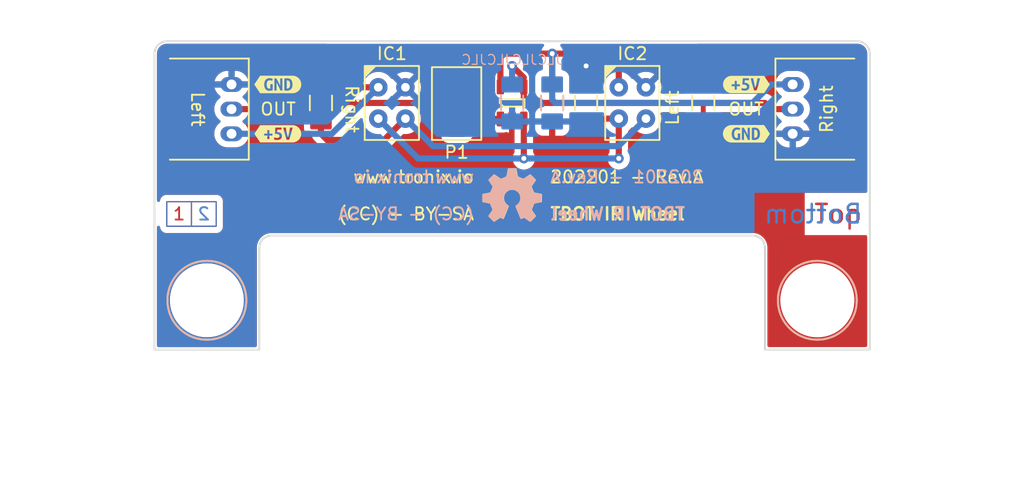
<source format=kicad_pcb>
(kicad_pcb (version 20221018) (generator pcbnew)
  (title_block (title "TBOT - IR Wheel") (date "01/2022") (rev "A"))
  (layers (0 "F.Cu" signal) (31 "B.Cu" signal) (34 "B.Paste" user) (35 "F.Paste" user) (36 "B.SilkS" user "B.Silkscreen") (37 "F.SilkS" user "F.Silkscreen") (38 "B.Mask" user) (39 "F.Mask" user) (44 "Edge.Cuts" user))
  (net 0 "")
  (net 1 "GND")
  (net 2 "+5V")
  (net 3 "Net-(C3-Pad1)")
  (net 4 "Net-(IC1-ANODE)")
  (net 5 "Net-(IC1-EMITTER)")
  (net 6 "Net-(U1A-+)")
  (footprint "tronixio:TC33X" (layer "F.Cu") (at 144.5 80 180)
    (fp_text reference "P1" (at 0 -4 180) (layer "F.SilkS"))
    (fp_text value "200k")
    (fp_rect (start -2 2.9) (end 2 -3) (stroke (width 0.15)) (fill none) (layer "F.SilkS"))
    (pad "1" smd roundrect (at -1 2 180) (size 1.2 1.2) (layers "F.Cu" "F.Paste" "F.Mask") (roundrect_rratio 0.1) (net 2 "+5V"))
    (pad "2" smd roundrect (at 0 -2 180) (size 1.5 1.5) (layers "F.Cu" "F.Paste" "F.Mask") (roundrect_rratio 0.1) (net 6 "Net-(U1A-+)"))
    (pad "3" smd roundrect (at 1 2 180) (size 1.2 1.2) (layers "F.Cu" "F.Paste" "F.Mask") (roundrect_rratio 0.1) (net 1 "GND"))
  )
  (footprint "tronixio:SOT-23-5" (layer "F.Cu") (at 149 80 90)
    (fp_text reference "U1")
    (fp_text value "MCP6541")
    (fp_line (start -0.3 -0.7) (end -0.3 1) (stroke (width 0.15)) (layer "F.SilkS"))
    (fp_line (start -0.3 1) (end 0.3 1) (stroke (width 0.15)) (layer "F.SilkS"))
    (fp_line (start 0 -1) (end -0.3 -0.7) (stroke (width 0.15)) (layer "F.SilkS"))
    (fp_line (start 0.3 -1) (end 0 -1) (stroke (width 0.15)) (layer "F.SilkS"))
    (fp_line (start 0.3 1) (end 0.3 -1) (stroke (width 0.15)) (layer "F.SilkS"))
    (pad "1" smd roundrect (at -1.3 -0.95 90) (size 1.2 0.6) (layers "F.Cu" "F.Paste" "F.Mask") (roundrect_rratio 0.15) (net 6 "Net-(U1A-+)"))
    (pad "2" smd roundrect (at -1.3 0 90) (size 1.2 0.6) (layers "F.Cu" "F.Paste" "F.Mask") (roundrect_rratio 0.15) (net 1 "GND"))
    (pad "3" smd roundrect (at -1.3 0.95 90) (size 1.2 0.6) (layers "F.Cu" "F.Paste" "F.Mask") (roundrect_rratio 0.15) (net 5 "Net-(IC1-EMITTER)"))
    (pad "4" smd roundrect (at 1.3 0.95 90) (size 1.2 0.6) (layers "F.Cu" "F.Paste" "F.Mask") (roundrect_rratio 0.15) (net 3 "Net-(C3-Pad1)"))
    (pad "5" smd roundrect (at 1.3 -0.95 90) (size 1.2 0.6) (layers "F.Cu" "F.Paste" "F.Mask") (roundrect_rratio 0.15) (net 2 "+5V"))
  )
  (footprint "tronixio:OSHW-5MM" (layer "F.Cu") (at 149 87.5)
    (fp_text reference "GT" hide)
    (fp_text value "LOGO" hide)
    (fp_poly (pts (xy 0.112503 -2.205305) (xy 0.188585 -2.204991) (xy 0.245175 -2.204139) (xy 0.285349 -2.202485) (xy 0.312183 -2.19976) (xy 0.328754 -2.195697) (xy 0.338137 -2.190029) (xy 0.343407 -2.182489) (xy 0.346067 -2.176502) (xy 0.351819 -2.155872) (xy 0.361219 -2.114019) (xy 0.373445 -2.054971) (xy 0.387673 -1.982754) (xy 0.403082 -1.901397) (xy 0.410766 -1.859685) (xy 0.426304 -1.776128) (xy 0.440921 -1.700487) (xy 0.453831 -1.636607) (xy 0.464245 -1.58833) (xy 0.471376 -1.559501) (xy 0.473495 -1.553524) (xy 0.487624 -1.543829) (xy 0.520987 -1.52669) (xy 0.568967 -1.504087) (xy 0.626948 -1.477998) (xy 0.690314 -1.450405) (xy 0.754449 -1.423285) (xy 0.814737 -1.398618) (xy 0.866561 -1.378383) (xy 0.905305 -1.36456) (xy 0.926354 -1.359128) (xy 0.92691 -1.359112) (xy 0.941518 -1.366107) (xy 0.97411 -1.385773) (xy 1.021624 -1.416127) (xy 1.080997 -1.455189) (xy 1.149167 -1.500978) (xy 1.204337 -1.538617) (xy 1.276991 -1.58813) (xy 1.343025 -1.632413) (xy 1.399403 -1.669487) (xy 1.443088 -1.697374) (xy 1.471043 -1.714097) (xy 1.47988 -1.718122) (xy 1.493641 -1.709282) (xy 1.521915 -1.684807) (xy 1.561669 -1.647768) (xy 1.609873 -1.601234) (xy 1.663495 -1.548276) (xy 1.719505 -1.491962) (xy 1.774871 -1.435363) (xy 1.826562 -1.381549) (xy 1.871548 -1.33359) (xy 1.906797 -1.294555) (xy 1.929278 -1.267514) (xy 1.936093 -1.256075) (xy 1.930212 -1.239792) (xy 1.912193 -1.207543) (xy 1.881475 -1.158462) (xy 1.837495 -1.091686) (xy 1.779689 -1.00635) (xy 1.707495 -0.901591) (xy 1.671879 -0.850344) (xy 1.638824 -0.80126) (xy 1.612148 -0.758563) (xy 1.594893 -0.727324) (xy 1.589904 -0.713655) (xy 1.594754 -0.697334) (xy 1.608013 -0.662128) (xy 1.62775 -0.612617) (xy 1.652031 -0.55338) (xy 1.678922 -0.488996) (xy 1.706491 -0.424047) (xy 1.732803 -0.363111) (xy 1.755927 -0.310768) (xy 1.773928 -0.271598) (xy 1.784874 -0.25018) (xy 1.786526 -0.247868) (xy 1.800495 -0.243726) (xy 1.836105 -0.235699) (xy 1.889773 -0.224522) (xy 1.957915 -0.210929) (xy 2.036948 -0.195656) (xy 2.090365 -0.185568) (xy 2.175183 -0.169544) (xy 2.252099 -0.15474) (xy 2.317349 -0.141901) (xy 2.367173 -0.131773) (xy 2.397809 -0.125104) (xy 2.405431 -0.123066) (xy 2.411063 -0.116814) (xy 2.415426 -0.101095) (xy 2.418668 -0.073197) (xy 2.420933 -0.030409) (xy 2.422366 0.02998) (xy 2.423114 0.110684) (xy 2.423321 0.210293) (xy 2.423202 0.310587) (xy 2.422711 0.388201) (xy 2.421649 0.446096) (xy 2.419816 0.487237) (xy 2.417013 0.514584) (xy 2.41304 0.531101) (xy 2.407697 0.53975) (xy 2.400883 0.543466) (xy 2.378661 0.548625) (xy 2.338314 0.556746) (xy 2.286985 0.566415) (xy 2.263049 0.570744) (xy 2.127407 0.595376) (xy 2.016332 0.616479) (xy 1.929018 0.634225) (xy 1.864656 0.64879) (xy 1.82244 0.660347) (xy 1.801562 0.66907) (xy 1.79987 0.670496) (xy 1.791465 0.686078) (xy 1.775685 0.720992) (xy 1.754362 0.770707) (xy 1.729327 0.830694) (xy 1.702414 0.896422) (xy 1.675454 0.96336) (xy 1.650281 1.026979) (xy 1.628726 1.082748) (xy 1.612622 1.126137) (xy 1.603801 1.152615) (xy 1.602692 1.157988) (xy 1.610028 1.172767) (xy 1.63143 1.207108) (xy 1.666036 1.259722) (xy 1.712983 1.329322) (xy 1.771408 1.414621) (xy 1.840447 1.51433) (xy 1.867654 1.553391) (xy 1.897811 1.599113) (xy 1.921185 1.639288) (xy 1.934376 1.667841) (xy 1.936093 1.675677) (xy 1.927103 1.692014) (xy 1.901418 1.723855) (xy 1.860965 1.769075) (xy 1.807672 1.82555) (xy 1.743466 1.891154) (xy 1.71296 1.921664) (xy 1.643302 1.990709) (xy 1.589314 2.043494) (xy 1.548612 2.081971) (xy 1.518813 2.108091) (xy 1.497532 2.123805) (xy 1.482386 2.131066) (xy 1.470991 2.131825) (xy 1.460964 2.128033) (xy 1.460917 2.128008) (xy 1.441892 2.116253) (xy 1.405419 2.09234) (xy 1.355138 2.058707) (xy 1.294686 2.017792) (xy 1.227702 1.972033) (xy 1.210483 1.960205) (xy 1.143557 1.914694) (xy 1.083189 1.874607) (xy 1.032748 1.842104) (xy 0.995605 1.819344) (xy 0.975129 1.808488) (xy 0.972784 1.807875) (xy 0.955044 1.813477) (xy 0.920428 1.82855) (xy 0.874685 1.850498) (xy 0.843591 1.866246) (xy 0.794692 1.890329) (xy 0.754091 1.908142) (xy 0.727189 1.917434) (xy 0.719661 1.917874) (xy 0.71184 1.904564) (xy 0.695873 1.87093) (xy 0.673276 1.820398) (xy 0.645566 1.756397) (xy 0.614262 1.682354) (xy 0.595951 1.638326) (xy 0.555205 1.539832) (xy 0.509885 1.430374) (xy 0.463588 1.318629) (xy 0.419909 1.213275) (xy 0.382617 1.123407) (xy 0.352192 1.049365) (xy 0.325466 0.982847) (xy 0.303922 0.927668) (xy 0.289044 0.887646) (xy 0.282318 0.866596) (xy 0.28208 0.86489) (xy 0.291868 0.850064) (xy 0.317767 0.825757) (xy 0.354572 0.796754) (xy 0.362216 0.791216) (xy 0.47362 0.699405) (xy 0.560778 0.600114) (xy 0.624272 0.492284) (xy 0.664684 0.374854) (xy 0.682594 0.246763) (xy 0.683668 0.205149) (xy 0.672966 0.079705) (xy 0.639876 -0.035509) (xy 0.583362 -0.143051) (xy 0.502387 -0.245478) (xy 0.500128 -0.247901) (xy 0.404266 -0.332655) (xy 0.297367 -0.395917) (xy 0.182586 -0.437559) (xy 0.063074 -0.45745) (xy -0.058015 -0.455461) (xy -0.177529 -0.431461) (xy -0.292317 -0.38532) (xy -0.399224 -0.316909) (xy -0.435557 -0.286461) (xy -0.524789 -0.19034) (xy -0.590858 -0.083248) (xy -0.63358 0.034398) (xy -0.65277 0.162186) (xy -0.653912 0.203806) (xy -0.64477 0.331905) (xy -0.616397 0.446756) (xy -0.567372 0.551025) (xy -0.496276 0.647379) (xy -0.401689 0.738486) (xy -0.345898 0.782346) (xy -0.305473 0.814275) (xy -0.274554 0.84243) (xy -0.257973 0.862253) (xy -0.256436 0.866724) (xy -0.261189 0.882472) (xy -0.274692 0.919019) (xy -0.295811 0.973504) (xy -0.323413 1.043065) (xy -0.356365 1.124837) (xy -0.393532 1.21596) (xy -0.424781 1.291835) (xy -0.466473 1.392714) (xy -0.506757 1.490316) (xy -0.54414 1.581016) (xy -0.57713 1.661187) (xy -0.604234 1.727202) (xy -0.623959 1.775436) (xy -0.631922 1.795053) (xy -0.656173 1.85428) (xy -0.675445 1.89208) (xy -0.695005 1.910535) (xy -0.720119 1.911726) (xy -0.756055 1.897735) (xy -0.80808 1.870643) (xy -0.814523 1.867212) (xy -0.863833 1.841835) (xy -0.905672 1.821875) (xy -0.934272 1.810004) (xy -0.942679 1.807875) (xy -0.957624 1.814831) (xy -0.990452 1.834339) (xy -1.037961 1.864353) (xy -1.096948 1.902829) (xy -1.164211 1.947723) (xy -1.20379 1.974558) (xy -1.273782 2.022017) (xy -1.336742 2.064219) (xy -1.389581 2.099132) (xy -1.429212 2.124728) (xy -1.452547 2.138976) (xy -1.457362 2.141242) (xy -1.468597 2.132572) (xy -1.495354 2.108206) (xy -1.53505 2.070611) (xy -1.585104 2.022252) (xy -1.642932 1.965596) (xy -1.688443 1.920545) (xy -1.754363 1.854061) (xy -1.811428 1.794627) (xy -1.857492 1.744605) (xy -1.890411 1.706358) (xy -1.908038 1.682247) (xy -1.910449 1.676115) (xy -1.903342 1.656709) (xy -1.88402 1.621725) (xy -1.855484 1.576225) (xy -1.822794 1.528185) (xy -1.761853 1.44109) (xy -1.706889 1.361082) (xy -1.659529 1.29063) (xy -1.621397 1.232204) (xy -1.594118 1.188276) (xy -1.579316 1.161316) (xy -1.577082 1.154608) (xy -1.581837 1.136716) (xy -1.594857 1.099854) (xy -1.614275 1.048609) (xy -1.638222 0.987568) (xy -1.664831 0.921316) (xy -1.692235 0.854442) (xy -1.718566 0.791531) (xy -1.741957 0.737171) (xy -1.76054 0.695948) (xy -1.772447 0.672449) (xy -1.774702 0.66925) (xy -1.791569 0.66222) (xy -1.829891 0.651729) (xy -1.885847 0.638647) (xy -1.955617 0.623842) (xy -2.035381 0.608183) (xy -2.07828 0.60022) (xy -2.161621 0.584627) (xy -2.236906 0.569745) (xy -2.300315 0.556391) (xy -2.348033 0.545387) (xy -2.37624 0.537551) (xy -2.381867 0.535051) (xy -2.387099 0.524908) (xy -2.390991 0.502231) (xy -2.393638 0.46456) (xy -2.395134 0.409435) (xy -2.395573 0.334397) (xy -2.39505 0.236985) (xy -2.394689 0.200194) (xy -2.391267 -0.121807) (xy -2.282282 -0.143659) (xy -2.229898 -0.153965) (xy -2.160108 -0.167419) (xy -2.080727 -0.182526) (xy -1.999569 -0.197795) (xy -1.970053 -0.203298) (xy -1.900658 -0.216734) (xy -1.840162 -0.229455) (xy -1.793065 -0.240437) (xy -1.763866 -0.248652) (xy -1.756665 -0.251967) (xy -1.746988 -0.268752) (xy -1.729936 -0.304533) (xy -1.707477 -0.354612) (xy -1.681582 -0.414291) (xy -1.654218 -0.478872) (xy -1.627353 -0.543658) (xy -1.602957 -0.60395) (xy -1.582998 -0.65505) (xy -1.569445 -0.692261) (xy -1.564266 -0.710885) (xy -1.564261 -0.711124) (xy -1.571273 -0.727773) (xy -1.590937 -0.762151) (xy -1.621195 -0.810982) (xy -1.659988 -0.870991) (xy -1.705259 -0.938901) (xy -1.732615 -0.979077) (xy -1.780965 -1.050145) (xy -1.82446 -1.115201) (xy -1.860949 -1.170937) (xy -1.888284 -1.214046) (xy -1.904314 -1.24122) (xy -1.907531 -1.248169) (xy -1.904717 -1.261112) (xy -1.890381 -1.283286) (xy -1.863069 -1.316351) (xy -1.821325 -1.361969) (xy -1.763692 -1.421801) (xy -1.691232 -1.494988) (xy -1.628982 -1.55669) (xy -1.572135 -1.611849) (xy -1.523344 -1.657988) (xy -1.485263 -1.692627) (xy -1.460542 -1.713289) (xy -1.452414 -1.718122) (xy -1.437782 -1.711105) (xy -1.405251 -1.6914) (xy -1.357928 -1.661025) (xy -1.298923 -1.621998) (xy -1.231343 -1.576338) (xy -1.183018 -1.543181) (xy -1.111112 -1.493886) (xy -1.04544 -1.44951) (xy -0.989183 -1.41215) (xy -0.945519 -1.383901) (xy -0.917627 -1.36686) (xy -0.90944 -1.362781) (xy -0.891885 -1.365776) (xy -0.855505 -1.377082) (xy -0.805012 -1.394838) (xy -0.745121 -1.417183) (xy -0.680546 -1.442257) (xy -0.616001 -1.468199) (xy -0.5562 -1.493147) (xy -0.505857 -1.515243) (xy -0.469686 -1.532623) (xy -0.45278 -1.543038) (xy -0.446293 -1.559308) (xy -0.436108 -1.597206) (xy -0.423041 -1.653118) (xy -0.407909 -1.723429) (xy -0.391528 -1.804525) (xy -0.378917 -1.870225) (xy -0.362481 -1.956759) (xy -0.347254 -2.035011) (xy -0.333961 -2.101421) (xy -0.323321 -2.152432) (xy -0.316058 -2.184486) (xy -0.31324 -2.193976) (xy -0.299005 -2.197095) (xy -0.262664 -2.199887) (xy -0.207755 -2.20223) (xy -0.137813 -2.204) (xy -0.056376 -2.205075) (xy 0.013853 -2.205351)) (fill solid) (layer "F.SilkS"))
  )
  (footprint "kibuzzard-629B8965" (layer "F.Cu") (at 168 78.5)
    (fp_text reference "kibuzzard-629B8965" hide)
    (fp_text value "G***" hide)
    (fp_poly (pts (xy -1.197967 -0.700088) (xy -1.198099 -0.700088) (xy -1.198099 -0.700087) (xy -1.26672 -0.696716) (xy -1.33468 -0.686636) (xy -1.401324 -0.669942) (xy -1.466011 -0.646797) (xy -1.528118 -0.617422) (xy -1.587047 -0.582101) (xy -1.64223 -0.541175) (xy -1.693136 -0.495037) (xy -1.739274 -0.444131) (xy -1.780201 -0.388948) (xy -1.815522 -0.330019) (xy -1.844896 -0.267912) (xy -1.868041 -0.203225) (xy -1.884735 -0.13658) (xy -1.894816 -0.068621) (xy -1.898187 0) (xy -1.894816 0.068621) (xy -1.884735 0.13658) (xy -1.868041 0.203225) (xy -1.844896 0.267912) (xy -1.815522 0.330019) (xy -1.780201 0.388948) (xy -1.739274 0.444131) (xy -1.693136 0.495037) (xy -1.64223 0.541175) (xy -1.587047 0.582101) (xy -1.528118 0.617422) (xy -1.466011 0.646797) (xy -1.401324 0.669942) (xy -1.33468 0.686636) (xy -1.26672 0.696716) (xy -1.198099 0.700087) (xy -1.197967 0.700087) (xy -0.780455 0.700087) (xy -0.780455 0.420688) (xy -0.94873 0.420688) (xy -0.94873 0.144462) (xy -1.197967 0.144462) (xy -1.197967 -0.015875) (xy -0.94873 -0.015875) (xy -0.94873 -0.2921) (xy -0.780455 -0.2921) (xy -0.780455 -0.015875) (xy -0.531217 -0.015875) (xy -0.531217 0.144462) (xy -0.780455 0.144462) (xy -0.780455 0.420688) (xy -0.780455 0.700087) (xy -0.147042 0.700087) (xy -0.147042 0.50165) (xy -0.22483 0.496887) (xy -0.30103 0.484981) (xy -0.366911 0.468312) (xy -0.412155 0.45085) (xy -0.372467 0.288925) (xy -0.283567 0.320675) (xy -0.222845 0.331391) (xy -0.14863 0.334963) (xy -0.054173 0.322263) (xy 0.004564 0.289719) (xy 0.033933 0.244475) (xy 0.04187 0.192087) (xy 0.028377 0.116681) (xy -0.025598 0.057944) (xy -0.140692 0.019844) (xy -0.226814 0.009723) (xy -0.335955 0.00635) (xy -0.321667 -0.125611) (xy -0.310555 -0.254794) (xy -0.30222 -0.380405) (xy -0.296267 -0.50165) (xy 0.205383 -0.50165) (xy 0.205383 -0.339725) (xy -0.132755 -0.339725) (xy -0.140692 -0.233363) (xy -0.14863 -0.142875) (xy -0.028509 -0.126647) (xy 0.069387 -0.094897) (xy 0.145058 -0.047625) (xy 0.198856 0.014817) (xy 0.231136 0.092075) (xy 0.241895 0.18415) (xy 0.218083 0.310356) (xy 0.145058 0.411162) (xy 0.089892 0.449262) (xy 0.02282 0.477838) (xy -0.056158 0.495697) (xy -0.147042 0.50165) (xy -0.147042 0.700087) (xy 0.621308 0.700087) (xy 0.621308 0.481012) (xy 0.582017 0.364331) (xy 0.540345 0.233362) (xy 0.512299 0.141376) (xy 0.485312 0.049565) (xy 0.459383 -0.042069) (xy 0.434865 -0.131939) (xy 0.412111 -0.218458) (xy 0.39112 -0.301625) (xy 0.364927 -0.41275) (xy 0.34667 -0.50165) (xy 0.553045 -0.50165) (xy 0.564952 -0.419298) (xy 0.58162 -0.324644) (xy 0.601662 -0.22225) (xy 0.623689 -0.116681) (xy 0.647502 -0.010319) (xy 0.672902 0.094456) (xy 0.698897 0.19308) (xy 0.724495 0.280987) (xy 0.749895 0.19427) (xy 0.775295 0.096044) (xy 0.799902 -0.008731) (xy 0.82292 -0.115094) (xy 0.844352 -0.220861) (xy 0.864195 -0.32385) (xy 0.881658 -0.4191) (xy 0.895945 -0.50165) (xy 1.100733 -0.50165) (xy 1.0795 -0.400844) (xy 1.053902 -0.288925) (xy 1.024136 -0.168473) (xy 0.990402 -0.042069) (xy 0.965795 0.044715) (xy 0.939602 0.132556) (xy 0.91182 0.221456) (xy 0.882893 0.309915) (xy 0.853259 0.396434) (xy 0.82292 0.481012) (xy 0.621308 0.481012) (xy 0.621308 0.700087) (xy 1.100733 0.700087) (xy 1.431462 0.700087) (xy 1.898187 0) (xy 1.431462 -0.700088) (xy 1.100733 -0.700088) (xy -1.197967 -0.700088)) (fill solid) (layer "F.SilkS"))
  )
  (footprint "tronixio:MOLEX-532540370" (layer "F.Cu") (at 171.75 78.5 -90)
    (fp_text reference "K2")
    (fp_text value "Left")
    (fp_line (start -2.1 -5) (end -2.1 1.4) (stroke (width 0.15)) (layer "F.SilkS"))
    (fp_line (start -2.1 1.4) (end 6.1 1.4) (stroke (width 0.15)) (layer "F.SilkS"))
    (fp_line (start 6.1 1.4) (end 6.1 -5) (stroke (width 0.15)) (layer "F.SilkS"))
    (pad "1" thru_hole oval locked (at 0 0 270) (size 1.2 1.8) (drill 0.8) (layers "*.Cu" "*.Mask") (net 2 "+5V"))
    (pad "2" thru_hole oval locked (at 2 0 270) (size 1.2 1.8) (drill 0.8) (layers "*.Cu" "*.Mask") (net 3 "Net-(C3-Pad1)"))
    (pad "3" thru_hole oval locked (at 4 0 270) (size 1.2 1.8) (drill 0.8) (layers "*.Cu" "*.Mask") (net 1 "GND"))
  )
  (footprint "tronixio:OPB-606" (layer "F.Cu") (at 158.75 80)
    (fp_text reference "IC2" (at 0 -4) (layer "F.SilkS"))
    (fp_text value "OPB606")
    (fp_rect (start -2.2 3) (end 2.2 -3) (stroke (width 0.15)) (fill none) (layer "F.SilkS"))
    (fp_poly (pts (xy -2.2 -2.1) (xy -2.2 -3) (xy -1.3 -3)) (stroke (width 0.1)) (fill solid) (layer "F.SilkS"))
    (pad "1" thru_hole circle locked (at 1.1 1.27) (size 1.5 1.5) (drill 0.7) (layers "*.Cu" "*.Mask") (net 4 "Net-(IC1-ANODE)"))
    (pad "2" thru_hole circle locked (at 1.1 -1.27) (size 1.5 1.5) (drill 0.7) (layers "*.Cu" "*.Mask") (net 1 "GND"))
    (pad "3" thru_hole circle locked (at -1.1 -1.27) (size 1.5 1.5) (drill 0.7) (layers "*.Cu" "*.Mask") (net 2 "+5V"))
    (pad "4" thru_hole circle locked (at -1.1 1.27) (size 1.5 1.5) (drill 0.7) (layers "*.Cu" "*.Mask") (net 5 "Net-(IC1-EMITTER)"))
  )
  (footprint "kibuzzard-629B896F" (layer "F.Cu") (at 168 82.5)
    (fp_text reference "kibuzzard-629B896F" hide)
    (fp_text value "G***" hide)
    (fp_poly (pts (xy 0.631097 0.333375) (xy 0.64856 0.334963) (xy 0.666022 0.334963) (xy 0.777941 0.309562) (xy 0.850966 0.239713) (xy 0.890654 0.134144) (xy 0.899583 0.070048) (xy 0.90256 0) (xy 0.893035 -0.123825) (xy 0.859697 -0.230187) (xy 0.79461 -0.304006) (xy 0.688247 -0.331787) (xy 0.659672 -0.330994) (xy 0.631097 -0.327025) (xy 0.631097 0.333375)) (fill solid) (layer "F.SilkS"))
    (fp_poly (pts (xy -1.194528 -0.7112) (xy -1.19466 -0.7112) (xy -1.26437 -0.707775) (xy -1.333408 -0.697534) (xy -1.40111 -0.680576) (xy -1.466824 -0.657063) (xy -1.529917 -0.627222) (xy -1.589781 -0.591341) (xy -1.64584 -0.549765) (xy -1.697554 -0.502894) (xy -1.744425 -0.451181) (xy -1.786001 -0.395122) (xy -1.821882 -0.335257) (xy -1.851723 -0.272164) (xy -1.875236 -0.20645) (xy -1.892194 -0.138748) (xy -1.902435 -0.06971) (xy -1.90586 0) (xy -1.902435 0.06971) (xy -1.892194 0.138748) (xy -1.875236 0.20645) (xy -1.851723 0.272164) (xy -1.821882 0.335257) (xy -1.786001 0.395122) (xy -1.744425 0.451181) (xy -1.697554 0.502894) (xy -1.64584 0.549765) (xy -1.589781 0.591341) (xy -1.529917 0.627222) (xy -1.466824 0.657063) (xy -1.40111 0.680576) (xy -1.333408 0.697534) (xy -1.26437 0.707775) (xy -1.19466 0.7112) (xy -1.194528 0.7112) (xy -0.79289 0.7112) (xy -0.79289 0.512763) (xy -0.880401 0.504627) (xy -0.958784 0.480219) (xy -1.027245 0.439738) (xy -1.08499 0.383381) (xy -1.131424 0.31115) (xy -1.165953 0.223044) (xy -1.187384 0.119261) (xy -1.194528 0) (xy -1.186193 -0.11807) (xy -1.16119 -0.221456) (xy -1.121899 -0.309761) (xy -1.070703 -0.382587) (xy -1.008393 -0.439539) (xy -0.935765 -0.480219) (xy -0.855199 -0.504627) (xy -0.769078 -0.512762) (xy -0.666684 -0.504031) (xy -0.588103 -0.484187) (xy -0.533334 -0.460375) (xy -0.50079 -0.441325) (xy -0.55159 -0.28575) (xy -0.637315 -0.325437) (xy -0.74209 -0.3429) (xy -0.859565 -0.3175) (xy -0.938146 -0.246856) (xy -0.982596 -0.138906) (xy -0.992717 -0.072827) (xy -0.99609 0) (xy -0.989916 0.107156) (xy -0.971396 0.193675) (xy -0.940528 0.259556) (xy -0.871868 0.322064) (xy -0.777015 0.3429) (xy -0.738915 0.341313) (xy -0.700815 0.33655) (xy -0.700815 -0.022225) (xy -0.505553 -0.022225) (xy -0.505553 0.468313) (xy -0.614296 0.496888) (xy -0.695854 0.508794) (xy -0.79289 0.512763) (xy -0.79289 0.7112) (xy 0.119922 0.7112) (xy 0.119922 0.492125) (xy 0.074149 0.383205) (xy 0.025731 0.274461) (xy -0.025334 0.165894) (xy -0.079044 0.057326) (xy -0.135401 -0.051417) (xy -0.194403 -0.160337) (xy -0.194403 0.492125) (xy -0.370615 0.492125) (xy -0.370615 -0.490537) (xy -0.213453 -0.490537) (xy -0.169003 -0.417711) (xy -0.124553 -0.338931) (xy -0.080698 -0.257373) (xy -0.038034 -0.176213) (xy 0.002447 -0.096441) (xy 0.039754 -0.01905) (xy 0.072893 0.052388) (xy 0.100872 0.1143) (xy 0.100872 -0.490537) (xy 0.277085 -0.490537) (xy 0.277085 0.492125) (xy 0.119922 0.492125) (xy 0.119922 0.7112) (xy 0.645385 0.7112) (xy 0.645385 0.504825) (xy 0.542991 0.499269) (xy 0.435835 0.481013) (xy 0.435835 -0.477837) (xy 0.561247 -0.496887) (xy 0.670785 -0.50165) (xy 0.763455 -0.494506) (xy 0.847791 -0.473075) (xy 0.921808 -0.436364) (xy 0.983522 -0.383381) (xy 1.032933 -0.313928) (xy 1.070041 -0.227806) (xy 1.093258 -0.123627) (xy 1.100997 0) (xy 1.092465 0.126405) (xy 1.066866 0.232569) (xy 1.026186 0.319683) (xy 0.97241 0.388938) (xy 0.90633 0.441127) (xy 0.828741 0.477044) (xy 0.74123 0.49788) (xy 0.645385 0.504825) (xy 0.645385 0.7112) (xy 1.100997 0.7112) (xy 1.431727 0.7112) (xy 1.90586 0) (xy 1.431727 -0.7112) (xy 1.100997 -0.7112) (xy -1.194528 -0.7112)) (fill solid) (layer "F.SilkS"))
  )
  (footprint "tronixio:RESISTOR-SMD-1206" (layer "F.Cu") (at 155 80 -90)
    (fp_text reference "R2" hide)
    (fp_text value "100k")
    (fp_line (start -0.6 -0.9) (end 0.6 -0.9) (stroke (width 0.15)) (layer "F.SilkS"))
    (fp_line (start -0.6 0.9) (end 0.6 0.9) (stroke (width 0.15)) (layer "F.SilkS"))
    (pad "1" smd roundrect (at -1.5 0 270) (size 1.3 1.75) (layers "F.Cu" "F.Paste" "F.Mask") (roundrect_rratio 0.1) (net 1 "GND"))
    (pad "2" smd roundrect (at 1.5 0 270) (size 1.3 1.75) (layers "F.Cu" "F.Paste" "F.Mask") (roundrect_rratio 0.1) (net 5 "Net-(IC1-EMITTER)"))
  )
  (footprint "tronixio:RESISTOR-SMD-1206" (layer "F.Cu") (at 164.5 80 90)
    (fp_text reference "R3" hide)
    (fp_text value "10k")
    (fp_line (start -0.6 -0.9) (end 0.6 -0.9) (stroke (width 0.15)) (layer "F.SilkS"))
    (fp_line (start -0.6 0.9) (end 0.6 0.9) (stroke (width 0.15)) (layer "F.SilkS"))
    (pad "1" smd roundrect (at -1.5 0 90) (size 1.3 1.75) (layers "F.Cu" "F.Paste" "F.Mask") (roundrect_rratio 0.1) (net 3 "Net-(C3-Pad1)"))
    (pad "2" smd roundrect (at 1.5 0 90) (size 1.3 1.75) (layers "F.Cu" "F.Paste" "F.Mask") (roundrect_rratio 0.1) (net 2 "+5V"))
  )
  (footprint "kibuzzard-629B895E" (layer "F.Cu") (at 130 82.5)
    (fp_text reference "kibuzzard-629B895E" hide)
    (fp_text value "G***" hide)
    (fp_poly (pts (xy -1.100733 -0.700088) (xy -1.431462 -0.700088) (xy -1.898187 0) (xy -1.431462 0.700088) (xy -1.100733 0.700088) (xy -0.68322 0.700088) (xy -0.68322 0.420688) (xy -0.851495 0.420688) (xy -0.851495 0.144462) (xy -1.100733 0.144462) (xy -1.100733 -0.015875) (xy -0.851495 -0.015875) (xy -0.851495 -0.2921) (xy -0.68322 -0.2921) (xy -0.68322 -0.015875) (xy -0.433983 -0.015875) (xy -0.433983 0.144462) (xy -0.68322 0.144462) (xy -0.68322 0.420688) (xy -0.68322 0.700088) (xy -0.049808 0.700088) (xy -0.049808 0.50165) (xy -0.127595 0.496887) (xy -0.203795 0.484981) (xy -0.269677 0.468312) (xy -0.31492 0.45085) (xy -0.275233 0.288925) (xy -0.186333 0.320675) (xy -0.125611 0.331391) (xy -0.051395 0.334963) (xy 0.043061 0.322263) (xy 0.101798 0.289719) (xy 0.131167 0.244475) (xy 0.139105 0.192087) (xy 0.125611 0.116681) (xy 0.071636 0.057944) (xy -0.043458 0.019844) (xy -0.12958 0.009723) (xy -0.23872 0.00635) (xy -0.224433 -0.125611) (xy -0.21332 -0.254794) (xy -0.204986 -0.380405) (xy -0.199033 -0.50165) (xy 0.302617 -0.50165) (xy 0.302617 -0.339725) (xy -0.03552 -0.339725) (xy -0.043458 -0.233363) (xy -0.051395 -0.142875) (xy 0.068726 -0.126647) (xy 0.166621 -0.094897) (xy 0.242292 -0.047625) (xy 0.296091 0.014817) (xy 0.32837 0.092075) (xy 0.33913 0.18415) (xy 0.315317 0.310356) (xy 0.242292 0.411162) (xy 0.187127 0.449262) (xy 0.120055 0.477838) (xy 0.041077 0.495697) (xy -0.049808 0.50165) (xy -0.049808 0.700088) (xy 0.718542 0.700088) (xy 0.718542 0.481012) (xy 0.679252 0.364331) (xy 0.63758 0.233362) (xy 0.609534 0.141376) (xy 0.582546 0.049565) (xy 0.556617 -0.042069) (xy 0.532099 -0.131939) (xy 0.509345 -0.218458) (xy 0.488355 -0.301625) (xy 0.462161 -0.41275) (xy 0.443905 -0.50165) (xy 0.65028 -0.50165) (xy 0.662186 -0.419298) (xy 0.678855 -0.324644) (xy 0.698897 -0.22225) (xy 0.720923 -0.116681) (xy 0.744736 -0.010319) (xy 0.770136 0.094456) (xy 0.796131 0.19308) (xy 0.82173 0.280987) (xy 0.84713 0.19427) (xy 0.87253 0.096044) (xy 0.897136 -0.008731) (xy 0.920155 -0.115094) (xy 0.941586 -0.220861) (xy 0.96143 -0.32385) (xy 0.978892 -0.4191) (xy 0.99318 -0.50165) (xy 1.197967 -0.50165) (xy 1.176734 -0.400844) (xy 1.151136 -0.288925) (xy 1.12137 -0.168473) (xy 1.087636 -0.042069) (xy 1.06303 0.044715) (xy 1.036836 0.132556) (xy 1.009055 0.221456) (xy 0.980127 0.309915) (xy 0.950494 0.396434) (xy 0.920155 0.481012) (xy 0.718542 0.481012) (xy 0.718542 0.700088) (xy 1.197967 0.700088) (xy 1.198099 0.700088) (xy 1.26672 0.696716) (xy 1.33468 0.686636) (xy 1.401324 0.669942) (xy 1.466011 0.646797) (xy 1.528118 0.617422) (xy 1.587047 0.582101) (xy 1.64223 0.541175) (xy 1.693136 0.495037) (xy 1.739274 0.444131) (xy 1.780201 0.388948) (xy 1.815522 0.330019) (xy 1.844896 0.267912) (xy 1.868041 0.203225) (xy 1.884735 0.13658) (xy 1.894816 0.068621) (xy 1.898187 0) (xy 1.894816 -0.068621) (xy 1.884735 -0.13658) (xy 1.868041 -0.203225) (xy 1.844896 -0.267912) (xy 1.815522 -0.330019) (xy 1.780201 -0.388948) (xy 1.739274 -0.444131) (xy 1.693136 -0.495037) (xy 1.64223 -0.541175) (xy 1.587047 -0.582101) (xy 1.528118 -0.617422) (xy 1.466011 -0.646797) (xy 1.401324 -0.669942) (xy 1.33468 -0.686636) (xy 1.26672 -0.696716) (xy 1.198099 -0.700088) (xy 1.197967 -0.700088) (xy -1.100733 -0.700088)) (fill solid) (layer "F.SilkS"))
  )
  (footprint "kibuzzard-629B8952" (layer "F.Cu") (at 130 78.5)
    (fp_text reference "kibuzzard-629B8952" hide)
    (fp_text value "G***" hide)
    (fp_poly (pts (xy 0.724628 0.333375) (xy 0.74209 0.334962) (xy 0.759553 0.334962) (xy 0.871471 0.309562) (xy 0.944496 0.239712) (xy 0.984184 0.134144) (xy 0.993114 0.070048) (xy 0.99609 0) (xy 0.986565 -0.123825) (xy 0.953228 -0.230188) (xy 0.88814 -0.304006) (xy 0.781778 -0.331788) (xy 0.753203 -0.330994) (xy 0.724628 -0.327025) (xy 0.724628 0.333375)) (fill solid) (layer "F.SilkS"))
    (fp_poly (pts (xy -1.100997 -0.7112) (xy -1.431727 -0.7112) (xy -1.90586 0) (xy -1.431727 0.7112) (xy -1.100997 0.7112) (xy -0.69936 0.7112) (xy -0.69936 0.512762) (xy -0.786871 0.504627) (xy -0.865254 0.480219) (xy -0.933715 0.439737) (xy -0.99146 0.383381) (xy -1.037894 0.31115) (xy -1.072422 0.223044) (xy -1.093854 0.119261) (xy -1.100997 0) (xy -1.092663 -0.11807) (xy -1.06766 -0.221456) (xy -1.028369 -0.309761) (xy -0.977172 -0.382588) (xy -0.914863 -0.439539) (xy -0.842235 -0.480219) (xy -0.761669 -0.504627) (xy -0.675547 -0.512763) (xy -0.573154 -0.504031) (xy -0.494572 -0.484188) (xy -0.439804 -0.460375) (xy -0.40726 -0.441325) (xy -0.45806 -0.28575) (xy -0.543785 -0.325438) (xy -0.64856 -0.3429) (xy -0.766035 -0.3175) (xy -0.844616 -0.246856) (xy -0.889066 -0.138906) (xy -0.899186 -0.072827) (xy -0.90256 0) (xy -0.896386 0.107156) (xy -0.877865 0.193675) (xy -0.846997 0.259556) (xy -0.778338 0.322064) (xy -0.683485 0.3429) (xy -0.645385 0.341312) (xy -0.607285 0.33655) (xy -0.607285 -0.022225) (xy -0.412022 -0.022225) (xy -0.412022 0.468312) (xy -0.520766 0.496887) (xy -0.602324 0.508794) (xy -0.69936 0.512762) (xy -0.69936 0.7112) (xy 0.213453 0.7112) (xy 0.213453 0.492125) (xy 0.16768 0.383205) (xy 0.119261 0.274461) (xy 0.068196 0.165894) (xy 0.014486 0.057326) (xy -0.04187 -0.051417) (xy -0.100872 -0.160338) (xy -0.100872 0.492125) (xy -0.277085 0.492125) (xy -0.277085 -0.490538) (xy -0.119922 -0.490538) (xy -0.075472 -0.417711) (xy -0.031022 -0.338931) (xy 0.012832 -0.257373) (xy 0.055496 -0.176213) (xy 0.095978 -0.096441) (xy 0.133284 -0.01905) (xy 0.166423 0.052387) (xy 0.194403 0.1143) (xy 0.194403 -0.490538) (xy 0.370615 -0.490538) (xy 0.370615 0.492125) (xy 0.213453 0.492125) (xy 0.213453 0.7112) (xy 0.738915 0.7112) (xy 0.738915 0.504825) (xy 0.636521 0.499269) (xy 0.529365 0.481012) (xy 0.529365 -0.477838) (xy 0.654778 -0.496888) (xy 0.764315 -0.50165) (xy 0.856985 -0.494506) (xy 0.941321 -0.473075) (xy 1.015339 -0.436364) (xy 1.077053 -0.383381) (xy 1.126464 -0.313928) (xy 1.163571 -0.227806) (xy 1.186789 -0.123627) (xy 1.194528 0) (xy 1.185995 0.126405) (xy 1.160396 0.232569) (xy 1.119717 0.319683) (xy 1.06594 0.388937) (xy 0.99986 0.441127) (xy 0.922271 0.477044) (xy 0.83476 0.49788) (xy 0.738915 0.504825) (xy 0.738915 0.7112) (xy 1.194528 0.7112) (xy 1.19466 0.7112) (xy 1.26437 0.707775) (xy 1.333408 0.697534) (xy 1.40111 0.680576) (xy 1.466824 0.657063) (xy 1.529917 0.627222) (xy 1.589781 0.591341) (xy 1.64584 0.549765) (xy 1.697554 0.502894) (xy 1.744425 0.45118) (xy 1.786001 0.395122) (xy 1.821882 0.335257) (xy 1.851723 0.272164) (xy 1.875236 0.20645) (xy 1.892194 0.138748) (xy 1.902435 0.06971) (xy 1.90586 0) (xy 1.902435 -0.06971) (xy 1.892194 -0.138748) (xy 1.875236 -0.20645) (xy 1.851723 -0.272164) (xy 1.821882 -0.335257) (xy 1.786001 -0.395122) (xy 1.744425 -0.45118) (xy 1.697554 -0.502894) (xy 1.64584 -0.549765) (xy 1.589781 -0.591341) (xy 1.529917 -0.627222) (xy 1.466824 -0.657063) (xy 1.40111 -0.680576) (xy 1.333408 -0.697534) (xy 1.26437 -0.707775) (xy 1.19466 -0.7112) (xy 1.194528 -0.7112) (xy -1.100997 -0.7112)) (fill solid) (layer "F.SilkS"))
  )
  (footprint "tronixio:OPB-606" (layer "F.Cu") (at 139.25 80)
    (fp_text reference "IC1" (at 0 -4) (layer "F.SilkS"))
    (fp_text value "OPB606")
    (fp_rect (start -2.2 3) (end 2.2 -3) (stroke (width 0.15)) (fill none) (layer "F.SilkS"))
    (fp_poly (pts (xy -2.2 -2.1) (xy -2.2 -3) (xy -1.3 -3)) (stroke (width 0.1)) (fill solid) (layer "F.SilkS"))
    (pad "1" thru_hole circle locked (at 1.1 1.27) (size 1.5 1.5) (drill 0.7) (layers "*.Cu" "*.Mask") (net 4 "Net-(IC1-ANODE)"))
    (pad "2" thru_hole circle locked (at 1.1 -1.27) (size 1.5 1.5) (drill 0.7) (layers "*.Cu" "*.Mask") (net 1 "GND"))
    (pad "3" thru_hole circle locked (at -1.1 -1.27) (size 1.5 1.5) (drill 0.7) (layers "*.Cu" "*.Mask") (net 2 "+5V"))
    (pad "4" thru_hole circle locked (at -1.1 1.27) (size 1.5 1.5) (drill 0.7) (layers "*.Cu" "*.Mask") (net 5 "Net-(IC1-EMITTER)"))
  )
  (footprint "tronixio:CAPACITOR-SMD-1206" (layer "F.Cu") (at 152.25 80 -90)
    (fp_text reference "C1" hide)
    (fp_text value "100n")
    (fp_line (start -0.6 -0.9) (end 0.6 -0.9) (stroke (width 0.15)) (layer "F.SilkS"))
    (fp_line (start -0.6 0.9) (end 0.6 0.9) (stroke (width 0.15)) (layer "F.SilkS"))
    (pad "1" smd roundrect (at -1.5 0 270) (size 1.3 1.75) (layers "F.Cu" "F.Paste" "F.Mask") (roundrect_rratio 0.1) (net 2 "+5V"))
    (pad "2" smd roundrect (at 1.5 0 270) (size 1.3 1.75) (layers "F.Cu" "F.Paste" "F.Mask") (roundrect_rratio 0.1) (net 1 "GND"))
  )
  (footprint "tronixio:MOLEX-532540370" (layer "F.Cu") (at 126.25 82.5 90)
    (fp_text reference "K1")
    (fp_text value "Right")
    (fp_line (start -2.1 -5) (end -2.1 1.4) (stroke (width 0.15)) (layer "F.SilkS"))
    (fp_line (start -2.1 1.4) (end 6.1 1.4) (stroke (width 0.15)) (layer "F.SilkS"))
    (fp_line (start 6.1 1.4) (end 6.1 -5) (stroke (width 0.15)) (layer "F.SilkS"))
    (pad "1" thru_hole oval (at 0 0 90) (size 1.2 1.8) (drill 0.8) (layers "*.Cu" "*.Mask") (net 2 "+5V"))
    (pad "2" thru_hole oval (at 2 0 90) (size 1.2 1.8) (drill 0.8) (layers "*.Cu" "*.Mask") (net 3 "Net-(C3-Pad1)"))
    (pad "3" thru_hole oval (at 4 0 90) (size 1.2 1.8) (drill 0.8) (layers "*.Cu" "*.Mask") (net 1 "GND"))
  )
  (footprint "tronixio:RESISTOR-SMD-1206" (layer "F.Cu") (at 133.5 80 90)
    (fp_text reference "R1" hide)
    (fp_text value "220Ω")
    (fp_line (start -0.6 -0.9) (end 0.6 -0.9) (stroke (width 0.15)) (layer "F.SilkS"))
    (fp_line (start -0.6 0.9) (end 0.6 0.9) (stroke (width 0.15)) (layer "F.SilkS"))
    (pad "1" smd roundrect (at -1.5 0 90) (size 1.3 1.75) (layers "F.Cu" "F.Paste" "F.Mask") (roundrect_rratio 0.1) (net 4 "Net-(IC1-ANODE)"))
    (pad "2" smd roundrect (at 1.5 0 90) (size 1.3 1.75) (layers "F.Cu" "F.Paste" "F.Mask") (roundrect_rratio 0.1) (net 2 "+5V"))
  )
  (footprint "tronixio:CAPACITOR-SMD-1206" (layer "B.Cu") (at 152.25 80 -90)
    (fp_text reference "C2" hide)
    (fp_text value "1µ")
    (fp_line (start -0.6 -0.9) (end 0.6 -0.9) (stroke (width 0.15)) (layer "B.SilkS"))
    (fp_line (start -0.6 0.9) (end 0.6 0.9) (stroke (width 0.15)) (layer "B.SilkS"))
    (pad "1" smd roundrect (at -1.5 0 270) (size 1.3 1.75) (layers "B.Cu" "B.Paste" "B.Mask") (roundrect_rratio 0.1) (net 2 "+5V"))
    (pad "2" smd roundrect (at 1.5 0 270) (size 1.3 1.75) (layers "B.Cu" "B.Paste" "B.Mask") (roundrect_rratio 0.1) (net 1 "GND"))
  )
  (footprint "tronixio:MOUNTING-HOLE-3MM-MASK" (layer "B.Cu") (at 173.75 96 180)
    (fp_text reference "H2" hide)
    (fp_text value "MOUNTING-HOLE-3MM-MASK" hide)
    (fp_circle (center 0 0) (end 3.2 0) (stroke (width 0.15)) (fill none) (layer "B.SilkS"))
    (fp_circle (center 0 0) (end 3.2 0) (stroke (width 0.15)) (fill none) (layer "F.SilkS"))
    (pad "" np_thru_hole circle locked (at 0 0 180) (size 3 3) (drill 3) (layers "F&B.Cu" "*.Mask") (clearance 1.5))
  )
  (footprint "tronixio:MOUNTING-HOLE-3MM-MASK" (layer "B.Cu") (at 124.25 96 90)
    (fp_text reference "H1" hide)
    (fp_text value "MOUNTING-HOLE-3MM-MASK" hide)
    (fp_circle (center 0 0) (end 3.2 0) (stroke (width 0.15)) (fill none) (layer "B.SilkS"))
    (fp_circle (center 0 0) (end 3.2 0) (stroke (width 0.15)) (fill none) (layer "F.SilkS"))
    (pad "" np_thru_hole circle locked (at 0 0 90) (size 3 3) (drill 3) (layers "F&B.Cu" "*.Mask") (clearance 1.5))
  )
  (footprint "tronixio:CAPACITOR-SMD-1206" (layer "B.Cu") (at 149 80 -90)
    (fp_text reference "C3" hide)
    (fp_text value "1n")
    (fp_line (start -0.6 -0.9) (end 0.6 -0.9) (stroke (width 0.15)) (layer "B.SilkS"))
    (fp_line (start -0.6 0.9) (end 0.6 0.9) (stroke (width 0.15)) (layer "B.SilkS"))
    (pad "1" smd roundrect (at -1.5 0 270) (size 1.3 1.75) (layers "B.Cu" "B.Paste" "B.Mask") (roundrect_rratio 0.1) (net 3 "Net-(C3-Pad1)"))
    (pad "2" smd roundrect (at 1.5 0 270) (size 1.3 1.75) (layers "B.Cu" "B.Paste" "B.Mask") (roundrect_rratio 0.1) (net 1 "GND"))
  )
  (footprint "tronixio:OSHW-5MM" (layer "B.Cu") (at 149 87.5 180)
    (fp_text reference "GB" hide)
    (fp_text value "LOGO" hide)
    (fp_poly (pts (xy 0.112503 2.205305) (xy 0.188585 2.204991) (xy 0.245175 2.204139) (xy 0.285349 2.202485) (xy 0.312183 2.19976) (xy 0.328754 2.195697) (xy 0.338137 2.190029) (xy 0.343407 2.182489) (xy 0.346067 2.176502) (xy 0.351819 2.155872) (xy 0.361219 2.114019) (xy 0.373445 2.054971) (xy 0.387673 1.982754) (xy 0.403082 1.901397) (xy 0.410766 1.859685) (xy 0.426304 1.776128) (xy 0.440921 1.700487) (xy 0.453831 1.636607) (xy 0.464245 1.58833) (xy 0.471376 1.559501) (xy 0.473495 1.553524) (xy 0.487624 1.543829) (xy 0.520987 1.52669) (xy 0.568967 1.504087) (xy 0.626948 1.477998) (xy 0.690314 1.450405) (xy 0.754449 1.423285) (xy 0.814737 1.398618) (xy 0.866561 1.378383) (xy 0.905305 1.36456) (xy 0.926354 1.359128) (xy 0.92691 1.359112) (xy 0.941518 1.366107) (xy 0.97411 1.385773) (xy 1.021624 1.416127) (xy 1.080997 1.455189) (xy 1.149167 1.500978) (xy 1.204337 1.538617) (xy 1.276991 1.58813) (xy 1.343025 1.632413) (xy 1.399403 1.669487) (xy 1.443088 1.697374) (xy 1.471043 1.714097) (xy 1.47988 1.718122) (xy 1.493641 1.709282) (xy 1.521915 1.684807) (xy 1.561669 1.647768) (xy 1.609873 1.601234) (xy 1.663495 1.548276) (xy 1.719505 1.491962) (xy 1.774871 1.435363) (xy 1.826562 1.381549) (xy 1.871548 1.33359) (xy 1.906797 1.294555) (xy 1.929278 1.267514) (xy 1.936093 1.256075) (xy 1.930212 1.239792) (xy 1.912193 1.207543) (xy 1.881475 1.158462) (xy 1.837495 1.091686) (xy 1.779689 1.00635) (xy 1.707495 0.901591) (xy 1.671879 0.850344) (xy 1.638824 0.80126) (xy 1.612148 0.758563) (xy 1.594893 0.727324) (xy 1.589904 0.713655) (xy 1.594754 0.697334) (xy 1.608013 0.662128) (xy 1.62775 0.612617) (xy 1.652031 0.55338) (xy 1.678922 0.488996) (xy 1.706491 0.424047) (xy 1.732803 0.363111) (xy 1.755927 0.310768) (xy 1.773928 0.271598) (xy 1.784874 0.25018) (xy 1.786526 0.247868) (xy 1.800495 0.243726) (xy 1.836105 0.235699) (xy 1.889773 0.224522) (xy 1.957915 0.210929) (xy 2.036948 0.195656) (xy 2.090365 0.185568) (xy 2.175183 0.169544) (xy 2.252099 0.15474) (xy 2.317349 0.141901) (xy 2.367173 0.131773) (xy 2.397809 0.125104) (xy 2.405431 0.123066) (xy 2.411063 0.116814) (xy 2.415426 0.101095) (xy 2.418668 0.073197) (xy 2.420933 0.030409) (xy 2.422366 -0.02998) (xy 2.423114 -0.110684) (xy 2.423321 -0.210293) (xy 2.423202 -0.310587) (xy 2.422711 -0.388201) (xy 2.421649 -0.446096) (xy 2.419816 -0.487237) (xy 2.417013 -0.514584) (xy 2.41304 -0.531101) (xy 2.407697 -0.53975) (xy 2.400883 -0.543466) (xy 2.378661 -0.548625) (xy 2.338314 -0.556746) (xy 2.286985 -0.566415) (xy 2.263049 -0.570744) (xy 2.127407 -0.595376) (xy 2.016332 -0.616479) (xy 1.929018 -0.634225) (xy 1.864656 -0.64879) (xy 1.82244 -0.660347) (xy 1.801562 -0.66907) (xy 1.79987 -0.670496) (xy 1.791465 -0.686078) (xy 1.775685 -0.720992) (xy 1.754362 -0.770707) (xy 1.729327 -0.830694) (xy 1.702414 -0.896422) (xy 1.675454 -0.96336) (xy 1.650281 -1.026979) (xy 1.628726 -1.082748) (xy 1.612622 -1.126137) (xy 1.603801 -1.152615) (xy 1.602692 -1.157988) (xy 1.610028 -1.172767) (xy 1.63143 -1.207108) (xy 1.666036 -1.259722) (xy 1.712983 -1.329322) (xy 1.771408 -1.414621) (xy 1.840447 -1.51433) (xy 1.867654 -1.553391) (xy 1.897811 -1.599113) (xy 1.921185 -1.639288) (xy 1.934376 -1.667841) (xy 1.936093 -1.675677) (xy 1.927103 -1.692014) (xy 1.901418 -1.723855) (xy 1.860965 -1.769075) (xy 1.807672 -1.82555) (xy 1.743466 -1.891154) (xy 1.71296 -1.921664) (xy 1.643302 -1.990709) (xy 1.589314 -2.043494) (xy 1.548612 -2.081971) (xy 1.518813 -2.108091) (xy 1.497532 -2.123805) (xy 1.482386 -2.131066) (xy 1.470991 -2.131825) (xy 1.460964 -2.128033) (xy 1.460917 -2.128008) (xy 1.441892 -2.116253) (xy 1.405419 -2.09234) (xy 1.355138 -2.058707) (xy 1.294686 -2.017792) (xy 1.227702 -1.972033) (xy 1.210483 -1.960205) (xy 1.143557 -1.914694) (xy 1.083189 -1.874607) (xy 1.032748 -1.842104) (xy 0.995605 -1.819344) (xy 0.975129 -1.808488) (xy 0.972784 -1.807875) (xy 0.955044 -1.813477) (xy 0.920428 -1.82855) (xy 0.874685 -1.850498) (xy 0.843591 -1.866246) (xy 0.794692 -1.890329) (xy 0.754091 -1.908142) (xy 0.727189 -1.917434) (xy 0.719661 -1.917874) (xy 0.71184 -1.904564) (xy 0.695873 -1.87093) (xy 0.673276 -1.820398) (xy 0.645566 -1.756397) (xy 0.614262 -1.682354) (xy 0.595951 -1.638326) (xy 0.555205 -1.539832) (xy 0.509885 -1.430374) (xy 0.463588 -1.318629) (xy 0.419909 -1.213275) (xy 0.382617 -1.123407) (xy 0.352192 -1.049365) (xy 0.325466 -0.982847) (xy 0.303922 -0.927668) (xy 0.289044 -0.887646) (xy 0.282318 -0.866596) (xy 0.28208 -0.86489) (xy 0.291868 -0.850064) (xy 0.317767 -0.825757) (xy 0.354572 -0.796754) (xy 0.362216 -0.791216) (xy 0.47362 -0.699405) (xy 0.560778 -0.600114) (xy 0.624272 -0.492284) (xy 0.664684 -0.374854) (xy 0.682594 -0.246763) (xy 0.683668 -0.205149) (xy 0.672966 -0.079705) (xy 0.639876 0.035509) (xy 0.583362 0.143051) (xy 0.502387 0.245478) (xy 0.500128 0.247901) (xy 0.404266 0.332655) (xy 0.297367 0.395917) (xy 0.182586 0.437559) (xy 0.063074 0.45745) (xy -0.058015 0.455461) (xy -0.177529 0.431461) (xy -0.292317 0.38532) (xy -0.399224 0.316909) (xy -0.435557 0.286461) (xy -0.524789 0.19034) (xy -0.590858 0.083248) (xy -0.63358 -0.034398) (xy -0.65277 -0.162186) (xy -0.653912 -0.203806) (xy -0.64477 -0.331905) (xy -0.616397 -0.446756) (xy -0.567372 -0.551025) (xy -0.496276 -0.647379) (xy -0.401689 -0.738486) (xy -0.345898 -0.782346) (xy -0.305473 -0.814275) (xy -0.274554 -0.84243) (xy -0.257973 -0.862253) (xy -0.256436 -0.866724) (xy -0.261189 -0.882472) (xy -0.274692 -0.919019) (xy -0.295811 -0.973504) (xy -0.323413 -1.043065) (xy -0.356365 -1.124837) (xy -0.393532 -1.21596) (xy -0.424781 -1.291835) (xy -0.466473 -1.392714) (xy -0.506757 -1.490316) (xy -0.54414 -1.581016) (xy -0.57713 -1.661187) (xy -0.604234 -1.727202) (xy -0.623959 -1.775436) (xy -0.631922 -1.795053) (xy -0.656173 -1.85428) (xy -0.675445 -1.89208) (xy -0.695005 -1.910535) (xy -0.720119 -1.911726) (xy -0.756055 -1.897735) (xy -0.80808 -1.870643) (xy -0.814523 -1.867212) (xy -0.863833 -1.841835) (xy -0.905672 -1.821875) (xy -0.934272 -1.810004) (xy -0.942679 -1.807875) (xy -0.957624 -1.814831) (xy -0.990452 -1.834339) (xy -1.037961 -1.864353) (xy -1.096948 -1.902829) (xy -1.164211 -1.947723) (xy -1.20379 -1.974558) (xy -1.273782 -2.022017) (xy -1.336742 -2.064219) (xy -1.389581 -2.099132) (xy -1.429212 -2.124728) (xy -1.452547 -2.138976) (xy -1.457362 -2.141242) (xy -1.468597 -2.132572) (xy -1.495354 -2.108206) (xy -1.53505 -2.070611) (xy -1.585104 -2.022252) (xy -1.642932 -1.965596) (xy -1.688443 -1.920545) (xy -1.754363 -1.854061) (xy -1.811428 -1.794627) (xy -1.857492 -1.744605) (xy -1.890411 -1.706358) (xy -1.908038 -1.682247) (xy -1.910449 -1.676115) (xy -1.903342 -1.656709) (xy -1.88402 -1.621725) (xy -1.855484 -1.576225) (xy -1.822794 -1.528185) (xy -1.761853 -1.44109) (xy -1.706889 -1.361082) (xy -1.659529 -1.29063) (xy -1.621397 -1.232204) (xy -1.594118 -1.188276) (xy -1.579316 -1.161316) (xy -1.577082 -1.154608) (xy -1.581837 -1.136716) (xy -1.594857 -1.099854) (xy -1.614275 -1.048609) (xy -1.638222 -0.987568) (xy -1.664831 -0.921316) (xy -1.692235 -0.854442) (xy -1.718566 -0.791531) (xy -1.741957 -0.737171) (xy -1.76054 -0.695948) (xy -1.772447 -0.672449) (xy -1.774702 -0.66925) (xy -1.791569 -0.66222) (xy -1.829891 -0.651729) (xy -1.885847 -0.638647) (xy -1.955617 -0.623842) (xy -2.035381 -0.608183) (xy -2.07828 -0.60022) (xy -2.161621 -0.584627) (xy -2.236906 -0.569745) (xy -2.300315 -0.556391) (xy -2.348033 -0.545387) (xy -2.37624 -0.537551) (xy -2.381867 -0.535051) (xy -2.387099 -0.524908) (xy -2.390991 -0.502231) (xy -2.393638 -0.46456) (xy -2.395134 -0.409435) (xy -2.395573 -0.334397) (xy -2.39505 -0.236985) (xy -2.394689 -0.200194) (xy -2.391267 0.121807) (xy -2.282282 0.143659) (xy -2.229898 0.153965) (xy -2.160108 0.167419) (xy -2.080727 0.182526) (xy -1.999569 0.197795) (xy -1.970053 0.203298) (xy -1.900658 0.216734) (xy -1.840162 0.229455) (xy -1.793065 0.240437) (xy -1.763866 0.248652) (xy -1.756665 0.251967) (xy -1.746988 0.268752) (xy -1.729936 0.304533) (xy -1.707477 0.354612) (xy -1.681582 0.414291) (xy -1.654218 0.478872) (xy -1.627353 0.543658) (xy -1.602957 0.60395) (xy -1.582998 0.65505) (xy -1.569445 0.692261) (xy -1.564266 0.710885) (xy -1.564261 0.711124) (xy -1.571273 0.727773) (xy -1.590937 0.762151) (xy -1.621195 0.810982) (xy -1.659988 0.870991) (xy -1.705259 0.938901) (xy -1.732615 0.979077) (xy -1.780965 1.050145) (xy -1.82446 1.115201) (xy -1.860949 1.170937) (xy -1.888284 1.214046) (xy -1.904314 1.24122) (xy -1.907531 1.248169) (xy -1.904717 1.261112) (xy -1.890381 1.283286) (xy -1.863069 1.316351) (xy -1.821325 1.361969) (xy -1.763692 1.421801) (xy -1.691232 1.494988) (xy -1.628982 1.55669) (xy -1.572135 1.611849) (xy -1.523344 1.657988) (xy -1.485263 1.692627) (xy -1.460542 1.713289) (xy -1.452414 1.718122) (xy -1.437782 1.711105) (xy -1.405251 1.6914) (xy -1.357928 1.661025) (xy -1.298923 1.621998) (xy -1.231343 1.576338) (xy -1.183018 1.543181) (xy -1.111112 1.493886) (xy -1.04544 1.44951) (xy -0.989183 1.41215) (xy -0.945519 1.383901) (xy -0.917627 1.36686) (xy -0.90944 1.362781) (xy -0.891885 1.365776) (xy -0.855505 1.377082) (xy -0.805012 1.394838) (xy -0.745121 1.417183) (xy -0.680546 1.442257) (xy -0.616001 1.468199) (xy -0.5562 1.493147) (xy -0.505857 1.515243) (xy -0.469686 1.532623) (xy -0.45278 1.543038) (xy -0.446293 1.559308) (xy -0.436108 1.597206) (xy -0.423041 1.653118) (xy -0.407909 1.723429) (xy -0.391528 1.804525) (xy -0.378917 1.870225) (xy -0.362481 1.956759) (xy -0.347254 2.035011) (xy -0.333961 2.101421) (xy -0.323321 2.152432) (xy -0.316058 2.184486) (xy -0.31324 2.193976) (xy -0.299005 2.197095) (xy -0.262664 2.199887) (xy -0.207755 2.20223) (xy -0.137813 2.204) (xy -0.056376 2.205075) (xy 0.013853 2.205351)) (fill solid) (layer "B.SilkS"))
  )
  (gr_rect (start 121 88) (end 125 90) (stroke (width 0.1)) (fill none) (layer "F.Cu"))
  (gr_line (start 123 90) (end 123 88) (stroke (width 0.1)) (layer "F.Cu"))
  (gr_line (start 123 90) (end 123 88) (stroke (width 0.1)) (layer "B.Cu"))
  (gr_rect (start 121 88) (end 125 90) (stroke (width 0.1)) (fill none) (layer "B.Cu"))
  (gr_arc (start 168.5 90.75) (mid 169.207107 91.042893) (end 169.5 91.75) (stroke (width 0.15)) (layer "Edge.Cuts"))
  (gr_arc (start 177 75) (mid 177.707107 75.292893) (end 178 76) (stroke (width 0.15)) (layer "Edge.Cuts"))
  (gr_line (start 169.5 100) (end 178 100) (stroke (width 0.15)) (layer "Edge.Cuts"))
  (gr_line (start 120 76) (end 120 100) (stroke (width 0.15)) (layer "Edge.Cuts"))
  (gr_arc (start 128.5 91.75) (mid 128.792893 91.042893) (end 129.5 90.75) (stroke (width 0.15)) (layer "Edge.Cuts"))
  (gr_line (start 120 100) (end 128.5 100) (stroke (width 0.15)) (layer "Edge.Cuts"))
  (gr_line (start 169.5 91.75) (end 169.5 100) (stroke (width 0.15)) (layer "Edge.Cuts"))
  (gr_line (start 177 75) (end 121 75) (stroke (width 0.15)) (layer "Edge.Cuts"))
  (gr_arc (start 120 76) (mid 120.292893 75.292893) (end 121 75) (stroke (width 0.15)) (layer "Edge.Cuts"))
  (gr_line (start 128.5 91.75) (end 128.5 100) (stroke (width 0.15)) (layer "Edge.Cuts"))
  (gr_line (start 129.5 90.75) (end 168.5 90.75) (stroke (width 0.15)) (layer "Edge.Cuts"))
  (gr_line (start 178 100) (end 178 76) (stroke (width 0.15)) (layer "Edge.Cuts"))
  (gr_text "Top" (at 177.5 89) (layer "F.Cu") (effects (font (size 1.5 1.5) (thickness 0.2)) (justify right)))
  (gr_text "1" (at 122 89) (layer "F.Cu") (effects (font (size 1 1))))
  (gr_text "2" (at 124 89) (layer "B.Cu") (effects (font (size 1 1)) (justify mirror)))
  (gr_text "Bottom" (at 177.5 89) (layer "B.Cu") (effects (font (size 1.5 1.5) (thickness 0.2)) (justify left mirror)))
  (gr_text "202201 - Rev.A" (at 152 86) (layer "B.SilkS") (effects (font (size 1 1)) (justify right mirror)))
  (gr_text "JLCJLCJLCJLC" (at 149 76.5) (layer "B.SilkS") (effects (font (size 0.8 0.8) (thickness 0.1)) (justify mirror)))
  (gr_text "(CC) - BY-SA" (at 146 89) (layer "B.SilkS") (effects (font (size 1 1)) (justify left mirror)))
  (gr_text "TBOT IR Wheel" (at 152 89) (layer "B.SilkS") (effects (font (size 1 1) (thickness 0.2)) (justify right mirror)))
  (gr_text "www.tronix.io" (at 146 86) (layer "B.SilkS") (effects (font (size 1 1)) (justify left mirror)))
  (gr_text "Right" (at 136 80.5 270) (layer "F.SilkS") (effects (font (size 1 1))))
  (gr_text "OUT" (at 169.5 80.5) (layer "F.SilkS") (effects (font (size 1 1)) (justify right)))
  (gr_text "Right" (at 174.5 80.5 90) (layer "F.SilkS") (effects (font (size 1 1))))
  (gr_text "www.tronix.io" (at 146 86) (layer "F.SilkS") (effects (font (size 1 1)) (justify right)))
  (gr_text "202201 - Rev.A" (at 152 86) (layer "F.SilkS") (effects (font (size 1 1)) (justify left)))
  (gr_text "OUT" (at 128.5 80.5) (layer "F.SilkS") (effects (font (size 1 1)) (justify left)))
  (gr_text "TBOT IR Wheel" (at 152 89) (layer "F.SilkS") (effects (font (size 1 1) (thickness 0.2)) (justify left)))
  (gr_text "(CC) - BY-SA" (at 146 89) (layer "F.SilkS") (effects (font (size 1 1)) (justify right)))
  (gr_text "Left" (at 162 80.4 90) (layer "F.SilkS") (effects (font (size 1 1))))
  (gr_text "Left" (at 123.5 80.5 270) (layer "F.SilkS") (effects (font (size 1 1))))
  (via (at 155 77) (size 0.8) (drill 0.4) (layers "F.Cu" "B.Cu") (net 1))
  (segment (start 134.5 76) (end 145.5 76) (width 0.5) (layer "F.Cu") (net 2))
  (segment (start 164.5 77) (end 164.5 78.5) (width 0.5) (layer "F.Cu") (net 2))
  (segment (start 148.05 78.7) (end 148.05 76) (width 0.5) (layer "F.Cu") (net 2))
  (segment (start 152.25 78.5) (end 152.25 76) (width 0.5) (layer "F.Cu") (net 2))
  (segment (start 138.15 78.73) (end 135.73 78.73) (width 0.5) (layer "F.Cu") (net 2))
  (segment (start 145.5 78) (end 145.5 76) (width 0.5) (layer "F.Cu") (net 2))
  (segment (start 135.73 78.73) (end 135.5 78.5) (width 0.5) (layer "F.Cu") (net 2))
  (segment (start 157.65 78.73) (end 157.65 76) (width 0.5) (layer "F.Cu") (net 2))
  (segment (start 135.5 78.5) (end 133.5 78.5) (width 0.5) (layer "F.Cu") (net 2))
  (segment (start 133.5 77) (end 134.5 76) (width 0.5) (layer "F.Cu") (net 2))
  (segment (start 145.5 76) (end 163.5 76) (width 0.5) (layer "F.Cu") (net 2))
  (segment (start 133.5 78.5) (end 133.5 77) (width 0.5) (layer "F.Cu") (net 2))
  (segment (start 163.5 76) (end 164.5 77) (width 0.5) (layer "F.Cu") (net 2))
  (via (at 152.25 76) (size 0.8) (drill 0.4) (layers "F.Cu" "B.Cu") (net 2))
  (segment (start 168.5 80) (end 152.5 80) (width 0.5) (layer "B.Cu") (net 2))
  (segment (start 152.25 78.5) (end 152.25 76) (width 0.5) (layer "B.Cu") (net 2))
  (segment (start 171.75 78.5) (end 170 78.5) (width 0.5) (layer "B.Cu") (net 2))
  (segment (start 134.38 82.5) (end 138.15 78.73) (width 0.5) (layer "B.Cu") (net 2))
  (segment (start 170 78.5) (end 168.5 80) (width 0.5) (layer "B.Cu") (net 2))
  (segment (start 126.25 82.5) (end 134.38 82.5) (width 0.5) (layer "B.Cu") (net 2))
  (segment (start 152.5 80) (end 152.25 79.75) (width 0.5) (layer "B.Cu") (net 2))
  (segment (start 152.25 79.75) (end 152.25 78.5) (width 0.5) (layer "B.Cu") (net 2))
  (segment (start 170 80.5) (end 171.75 80.5) (width 0.5) (layer "F.Cu") (net 3))
  (segment (start 164.5 80) (end 169.5 80) (width 0.5) (layer "F.Cu") (net 3))
  (segment (start 164.5 81.5) (end 164.5 80) (width 0.4) (layer "F.Cu") (net 3))
  (segment (start 128 80.5) (end 128.5 80) (width 0.5) (layer "F.Cu") (net 3))
  (segment (start 128.5 80) (end 164.5 80) (width 0.5) (layer "F.Cu") (net 3))
  (segment (start 169.5 80) (end 170 80.5) (width 0.5) (layer "F.Cu") (net 3))
  (segment (start 149.95 78.7) (end 149.95 80) (width 0.5) (layer "F.Cu") (net 3))
  (segment (start 126.25 80.5) (end 128 80.5) (width 0.5) (layer "F.Cu") (net 3))
  (segment (start 149.95 77.95) (end 149 77) (width 0.5) (layer "F.Cu") (net 3))
  (via (at 149 77) (size 0.8) (drill 0.4) (layers "F.Cu" "B.Cu") (net 3))
  (segment (start 149 78.5) (end 149 77) (width 0.5) (layer "B.Cu") (net 3))
  (segment (start 133.5 81.5) (end 133.5 82.5) (width 0.5) (layer "F.Cu") (net 4))
  (segment (start 133.5 82.5) (end 134 83) (width 0.5) (layer "F.Cu") (net 4))
  (segment (start 138.62 83) (end 140.35 81.27) (width 0.5) (layer "F.Cu") (net 4))
  (segment (start 134 83) (end 138.62 83) (width 0.5) (layer "F.Cu") (net 4))
  (segment (start 157.62 83.5) (end 142.58 83.5) (width 0.5) (layer "B.Cu") (net 4))
  (segment (start 142.58 83.5) (end 140.35 81.27) (width 0.5) (layer "B.Cu") (net 4))
  (segment (start 159.85 81.27) (end 157.62 83.5) (width 0.5) (layer "B.Cu") (net 4))
  (segment (start 156.27 81.5) (end 155 81.5) (width 0.5) (layer "F.Cu") (net 5))
  (segment (start 149.95 81.3) (end 149.95 84.5) (width 0.5) (layer "F.Cu") (net 5))
  (segment (start 157.65 81.27) (end 156.5 81.27) (width 0.5) (layer "F.Cu") (net 5))
  (segment (start 156.5 81.27) (end 156.27 81.5) (width 0.5) (layer "F.Cu") (net 5))
  (segment (start 157.65 81.27) (end 157.65 84.5) (width 0.5) (layer "F.Cu") (net 5))
  (via (at 149.95 84.5) (size 0.8) (drill 0.4) (layers "F.Cu" "B.Cu") (net 5))
  (via (at 157.65 84.5) (size 0.8) (drill 0.4) (layers "F.Cu" "B.Cu") (net 5))
  (segment (start 138.15 81.27) (end 141.38 84.5) (width 0.5) (layer "B.Cu") (net 5))
  (segment (start 141.38 84.5) (end 157.65 84.5) (width 0.5) (layer "B.Cu") (net 5))
  (segment (start 148.05 81.3) (end 146.7 81.3) (width 0.5) (layer "F.Cu") (net 6))
  (segment (start 146.7 81.3) (end 146 82) (width 0.5) (layer "F.Cu") (net 6))
  (segment (start 146 82) (end 144.5 82) (width 0.5) (layer "F.Cu") (net 6))
  (zone (net 1) (net_name "GND") (layers "F&B.Cu") (connect_pads (clearance 0.5)) (min_thickness 0.254) (fill yes (thermal_gap 0.508) (thermal_bridge_width 0.508))
    (polygon (pts (xy 178 100) (xy 120 100) (xy 120 75) (xy 178 75)))
  )
)
</source>
